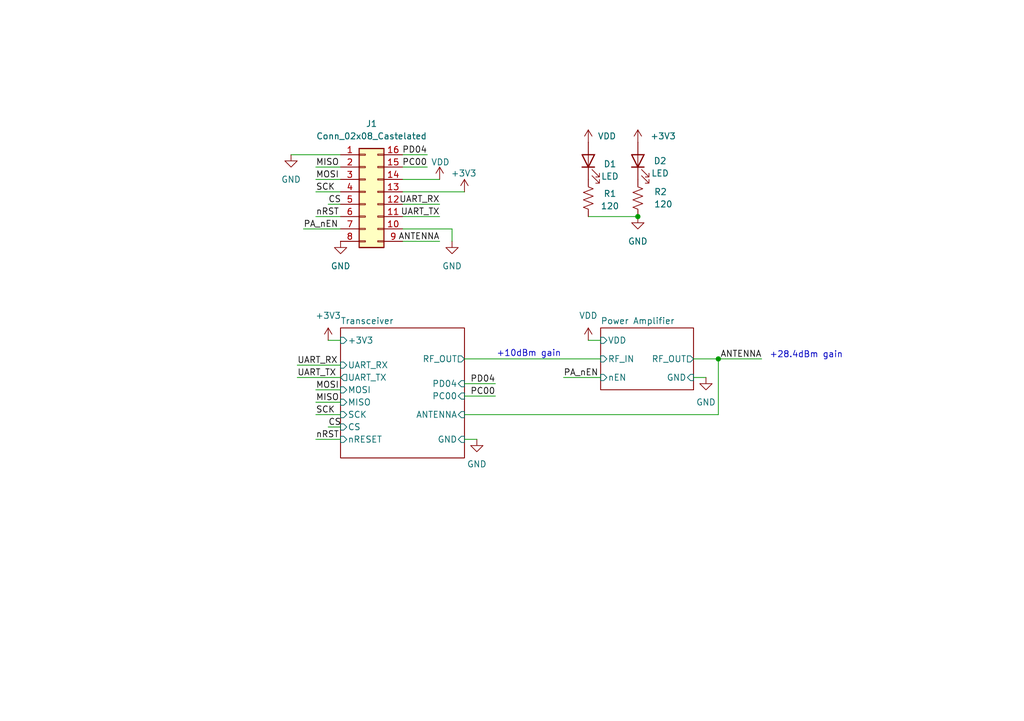
<source format=kicad_sch>
(kicad_sch (version 20250114) (generator "eeschema") (generator_version "9.0")
  (paper "A5")
  (title_block (title "Blaze Radio") (rev "A") (company "UCSC Rocket  Team") (comment 1 "Julia Barbera") (comment 2 "Medium power 430MHz radio") (comment 3 "Pin compatable with RFM69"))
  (lib_symbols
    (symbol "Connector_Generic:Conn_02x08_Counter_Clockwise" (pin_names (offset 1.016) (hide yes))
      (property "Reference" "J" (at 1.27 10.16 0))
      (property "Value" "Conn_02x08_Counter_Clockwise" (at 1.27 -12.7 0))
      (symbol "Conn_02x08_Counter_Clockwise_1_1"
        (rectangle (start -1.27 8.89) (end 3.81 -11.43) (stroke (width 0.254)) (fill (type background)))
        (rectangle (start -1.27 7.747) (end 0 7.493) (stroke (width 0.1524)))
        (rectangle (start -1.27 5.207) (end 0 4.953) (stroke (width 0.1524)))
        (rectangle (start -1.27 2.667) (end 0 2.413) (stroke (width 0.1524)))
        (rectangle (start -1.27 0.127) (end 0 -0.127) (stroke (width 0.1524)))
        (rectangle (start -1.27 -2.413) (end 0 -2.667) (stroke (width 0.1524)))
        (rectangle (start -1.27 -4.953) (end 0 -5.207) (stroke (width 0.1524)))
        (rectangle (start -1.27 -7.493) (end 0 -7.747) (stroke (width 0.1524)))
        (rectangle (start -1.27 -10.033) (end 0 -10.287) (stroke (width 0.1524)))
        (rectangle (start 3.81 7.747) (end 2.54 7.493) (stroke (width 0.1524)))
        (rectangle (start 3.81 5.207) (end 2.54 4.953) (stroke (width 0.1524)))
        (rectangle (start 3.81 2.667) (end 2.54 2.413) (stroke (width 0.1524)))
        (rectangle (start 3.81 0.127) (end 2.54 -0.127) (stroke (width 0.1524)))
        (rectangle (start 3.81 -2.413) (end 2.54 -2.667) (stroke (width 0.1524)))
        (rectangle (start 3.81 -4.953) (end 2.54 -5.207) (stroke (width 0.1524)))
        (rectangle (start 3.81 -7.493) (end 2.54 -7.747) (stroke (width 0.1524)))
        (rectangle (start 3.81 -10.033) (end 2.54 -10.287) (stroke (width 0.1524)))
        (pin passive line (at -5.08 7.62 0) (length 3.81) (name "Pin_1") (number "1"))
        (pin passive line (at -5.08 5.08 0) (length 3.81) (name "Pin_2") (number "2"))
        (pin passive line (at -5.08 2.54 0) (length 3.81) (name "Pin_3") (number "3"))
        (pin passive line (at -5.08 0 0) (length 3.81) (name "Pin_4") (number "4"))
        (pin passive line (at -5.08 -2.54 0) (length 3.81) (name "Pin_5") (number "5"))
        (pin passive line (at -5.08 -5.08 0) (length 3.81) (name "Pin_6") (number "6"))
        (pin passive line (at -5.08 -7.62 0) (length 3.81) (name "Pin_7") (number "7"))
        (pin passive line (at -5.08 -10.16 0) (length 3.81) (name "Pin_8") (number "8"))
        (pin passive line (at 7.62 7.62 180) (length 3.81) (name "Pin_16") (number "16"))
        (pin passive line (at 7.62 5.08 180) (length 3.81) (name "Pin_15") (number "15"))
        (pin passive line (at 7.62 2.54 180) (length 3.81) (name "Pin_14") (number "14"))
        (pin passive line (at 7.62 0 180) (length 3.81) (name "Pin_13") (number "13"))
        (pin passive line (at 7.62 -2.54 180) (length 3.81) (name "Pin_12") (number "12"))
        (pin passive line (at 7.62 -5.08 180) (length 3.81) (name "Pin_11") (number "11"))
        (pin passive line (at 7.62 -7.62 180) (length 3.81) (name "Pin_10") (number "10"))
        (pin passive line (at 7.62 -10.16 180) (length 3.81) (name "Pin_9") (number "9"))
      )
    )
    (symbol "Device:LED" (pin_numbers (hide yes)) (pin_names (offset 1.016) (hide yes))
      (property "Reference" "D" (at 0 2.54 0))
      (property "Value" "LED" (at 0 -2.54 0))
      (symbol "LED_0_1"
        (polyline (pts (xy -3.048 -0.762) (xy -4.572 -2.286) (xy -3.81 -2.286) (xy -4.572 -2.286) (xy -4.572 -1.524)))
        (polyline (pts (xy -1.778 -0.762) (xy -3.302 -2.286) (xy -2.54 -2.286) (xy -3.302 -2.286) (xy -3.302 -1.524)))
        (polyline (pts (xy -1.27 0) (xy 1.27 0)))
        (polyline (pts (xy -1.27 -1.27) (xy -1.27 1.27)) (stroke (width 0.254)))
        (polyline (pts (xy 1.27 -1.27) (xy 1.27 1.27) (xy -1.27 0) (xy 1.27 -1.27)) (stroke (width 0.254)))
      )
      (symbol "LED_1_1"
        (pin passive line (at -3.81 0 0) (length 2.54) (name "K") (number "1"))
        (pin passive line (at 3.81 0 180) (length 2.54) (name "A") (number "2"))
      )
    )
    (symbol "Device:R_US" (pin_numbers (hide yes)) (pin_names (offset 0))
      (property "Reference" "R" (at 2.54 0 90))
      (property "Value" "R_US" (at -2.54 0 90))
      (symbol "R_US_0_1"
        (polyline (pts (xy 0 2.286) (xy 0 2.54)))
        (polyline (pts (xy 0 2.286) (xy 1.016 1.905) (xy 0 1.524) (xy -1.016 1.143) (xy 0 0.762)))
        (polyline (pts (xy 0 0.762) (xy 1.016 0.381) (xy 0 0) (xy -1.016 -0.381) (xy 0 -0.762)))
        (polyline (pts (xy 0 -0.762) (xy 1.016 -1.143) (xy 0 -1.524) (xy -1.016 -1.905) (xy 0 -2.286)))
        (polyline (pts (xy 0 -2.286) (xy 0 -2.54)))
      )
      (symbol "R_US_1_1"
        (pin passive line (at 0 3.81 270) (length 1.27) (name "~") (number "1"))
        (pin passive line (at 0 -3.81 90) (length 1.27) (name "~") (number "2"))
      )
    )
    (symbol "power:+3V3" (power) (pin_numbers (hide yes)) (pin_names (offset 0) (hide yes))
      (property "Value" "+3V3" (at 0 3.556 0))
      (symbol "+3V3_0_1"
        (polyline (pts (xy -0.762 1.27) (xy 0 2.54)))
        (polyline (pts (xy 0 2.54) (xy 0.762 1.27)))
        (polyline (pts (xy 0 0) (xy 0 2.54)))
      )
      (symbol "+3V3_1_1"
        (pin power_in line (at 0 0 90) (length 0) (name "~") (number "1"))
      )
    )
    (symbol "power:GND" (power) (pin_numbers (hide yes)) (pin_names (offset 0) (hide yes))
      (property "Value" "GND" (at 0 -3.81 0))
      (symbol "GND_0_1"
        (polyline (pts (xy 0 0) (xy 0 -1.27) (xy 1.27 -1.27) (xy 0 -2.54) (xy -1.27 -1.27) (xy 0 -1.27)))
      )
      (symbol "GND_1_1"
        (pin power_in line (at 0 0 270) (length 0) (name "~") (number "1"))
      )
    )
    (symbol "power:VDD" (power) (pin_numbers (hide yes)) (pin_names (offset 0) (hide yes))
      (property "Value" "VDD" (at 0 3.556 0))
      (symbol "VDD_0_1"
        (polyline (pts (xy -0.762 1.27) (xy 0 2.54)))
        (polyline (pts (xy 0 2.54) (xy 0.762 1.27)))
        (polyline (pts (xy 0 0) (xy 0 2.54)))
      )
      (symbol "VDD_1_1"
        (pin power_in line (at 0 0 90) (length 0) (name "~") (number "1"))
      )
    )
  )
  (text "+28.4dBm gain" (at 165.354 72.898 0) (effects (font (size 1.27 1.27))))
  (text "+10dBm gain" (at 108.458 72.644 0) (effects (font (size 1.27 1.27))))
  (junction (at 147.32 73.66))
  (junction (at 130.81 44.45))
  (wire (pts (xy 95.25 73.66) (xy 123.19 73.66)))
  (wire (pts (xy 64.77 80.01) (xy 69.85 80.01)))
  (wire (pts (xy 67.31 69.85) (xy 69.85 69.85)))
  (wire (pts (xy 115.57 77.47) (xy 123.19 77.47)))
  (wire (pts (xy 60.96 74.93) (xy 69.85 74.93)))
  (wire (pts (xy 95.25 39.37) (xy 82.55 39.37)))
  (wire (pts (xy 87.63 31.75) (xy 82.55 31.75)))
  (wire (pts (xy 62.23 46.99) (xy 69.85 46.99)))
  (wire (pts (xy 101.6 81.28) (xy 95.25 81.28)))
  (wire (pts (xy 95.25 85.09) (xy 147.32 85.09)))
  (wire (pts (xy 64.77 90.17) (xy 69.85 90.17)))
  (wire (pts (xy 147.32 73.66) (xy 147.32 85.09)))
  (wire (pts (xy 67.31 41.91) (xy 69.85 41.91)))
  (wire (pts (xy 64.77 44.45) (xy 69.85 44.45)))
  (wire (pts (xy 101.6 78.74) (xy 95.25 78.74)))
  (wire (pts (xy 92.71 49.53) (xy 92.71 46.99)))
  (wire (pts (xy 120.65 69.85) (xy 123.19 69.85)))
  (wire (pts (xy 67.31 87.63) (xy 69.85 87.63)))
  (wire (pts (xy 64.77 34.29) (xy 69.85 34.29)))
  (wire (pts (xy 142.24 73.66) (xy 147.32 73.66)))
  (wire (pts (xy 64.77 82.55) (xy 69.85 82.55)))
  (wire (pts (xy 90.17 36.83) (xy 82.55 36.83)))
  (wire (pts (xy 97.79 90.17) (xy 95.25 90.17)))
  (wire (pts (xy 64.77 36.83) (xy 69.85 36.83)))
  (wire (pts (xy 90.17 41.91) (xy 82.55 41.91)))
  (wire (pts (xy 60.96 77.47) (xy 69.85 77.47)))
  (wire (pts (xy 64.77 85.09) (xy 69.85 85.09)))
  (wire (pts (xy 90.17 44.45) (xy 82.55 44.45)))
  (wire (pts (xy 87.63 34.29) (xy 82.55 34.29)))
  (wire (pts (xy 64.77 39.37) (xy 69.85 39.37)))
  (wire (pts (xy 120.65 44.45) (xy 130.81 44.45)))
  (wire (pts (xy 147.32 73.66) (xy 156.21 73.66)))
  (wire (pts (xy 144.78 77.47) (xy 142.24 77.47)))
  (wire (pts (xy 59.69 31.75) (xy 69.85 31.75)))
  (wire (pts (xy 92.71 46.99) (xy 82.55 46.99)))
  (wire (pts (xy 90.17 49.53) (xy 82.55 49.53)))
  (label "ANTENNA" (at 156.21 73.66 180))
  (label "MOSI" (at 64.77 80.01 0))
  (label "MOSI" (at 64.77 36.83 0))
  (label "UART_TX" (at 90.17 44.45 180))
  (label "UART_TX" (at 60.96 77.47 0))
  (label "PA_nEN" (at 62.23 46.99 0))
  (label "nRST" (at 64.77 44.45 0))
  (label "PD04" (at 101.6 78.74 180))
  (label "ANTENNA" (at 90.17 49.53 180))
  (label "UART_RX" (at 90.17 41.91 180))
  (label "MISO" (at 64.77 34.29 0))
  (label "UART_RX" (at 60.96 74.93 0))
  (label "CS" (at 67.31 41.91 0))
  (label "PA_nEN" (at 115.57 77.47 0))
  (label "PC00" (at 101.6 81.28 180))
  (label "nRST" (at 64.77 90.17 0))
  (label "MISO" (at 64.77 82.55 0))
  (label "PC00" (at 87.63 34.29 180))
  (label "SCK" (at 64.77 39.37 0))
  (label "PD04" (at 87.63 31.75 180))
  (label "CS" (at 67.31 87.63 0))
  (label "SCK" (at 64.77 85.09 0))
  (symbol (lib_id "power:VDD") (at 90.17 36.83 0) (unit 1)
    (property "Reference" "#PWR04" (effects (hide yes)))
    (property "Value" "VDD" (at 88.392 33.274 0) (effects (justify left)))
    (property "Description" "Power symbol creates a global label with name \"VDD\"" (effects (hide yes)))
  )
  (symbol (lib_id "Device:R_US") (at 130.81 40.64 0) (unit 1)
    (property "Reference" "R2" (at 134.112 39.37 0) (effects (justify left)))
    (property "Value" "120" (at 134.112 41.91 0) (effects (justify left)))
    (property "Footprint" "Resistor_SMD:R_0201_0603Metric" (effects (hide yes)))
    (property "Description" "Resistor, US symbol" (effects (hide yes)))
  )
  (symbol (lib_id "power:+3V3") (at 95.25 39.37 0) (unit 1)
    (property "Reference" "#PWR05" (effects (hide yes)))
    (property "Value" "+3V3" (at 92.456 35.56 0) (effects (justify left)))
    (property "Description" "Power symbol creates a global label with name \"+3V3\"" (effects (hide yes)))
  )
  (symbol (lib_id "power:VDD") (at 120.65 29.21 0) (unit 1)
    (property "Reference" "#PWR01" (effects (hide yes)))
    (property "Value" "VDD" (at 122.555 27.9399 0) (effects (justify left)))
    (property "Description" "Power symbol creates a global label with name \"VDD\"" (effects (hide yes)))
  )
  (symbol (lib_id "power:+3V3") (at 67.31 69.85 0) (unit 1)
    (property "Reference" "#PWR09" (effects (hide yes)))
    (property "Value" "+3V3" (at 67.31 64.77 0))
    (property "Description" "Power symbol creates a global label with name \"+3V3\"" (effects (hide yes)))
  )
  (symbol (lib_id "power:GND") (at 92.71 49.53 0) (unit 1)
    (property "Reference" "#PWR08" (effects (hide yes)))
    (property "Value" "GND" (at 92.71 54.61 0))
    (property "Description" "Power symbol creates a global label with name \"GND\" , ground" (effects (hide yes)))
  )
  (symbol (lib_id "Connector_Generic:Conn_02x08_Counter_Clockwise") (at 74.93 39.37 0) (unit 1)
    (property "Reference" "J1" (at 76.2 25.4 0))
    (property "Value" "Conn_02x08_Castelated" (at 76.2 27.94 0))
    (property "Footprint" "Avionics_Feet:RFMxx" (effects (hide yes)))
    (property "Description" "Generic connector, double row, 02x08, counter clockwise pin numbering scheme (similar to DIP package numbering), script generated (kicad-library-utils/schlib/autogen/connector/)" (effects (hide yes)))
  )
  (symbol (lib_id "power:GND") (at 144.78 77.47 0) (unit 1)
    (property "Reference" "#PWR011" (effects (hide yes)))
    (property "Value" "GND" (at 144.78 82.55 0))
    (property "Description" "Power symbol creates a global label with name \"GND\" , ground" (effects (hide yes)))
  )
  (symbol (lib_id "power:GND") (at 69.85 49.53 0) (unit 1)
    (property "Reference" "#PWR07" (effects (hide yes)))
    (property "Value" "GND" (at 69.85 54.61 0))
    (property "Description" "Power symbol creates a global label with name \"GND\" , ground" (effects (hide yes)))
  )
  (symbol (lib_id "power:GND") (at 130.81 44.45 0) (unit 1)
    (property "Reference" "#PWR06" (effects (hide yes)))
    (property "Value" "GND" (at 130.81 49.53 0))
    (property "Description" "Power symbol creates a global label with name \"GND\" , ground" (effects (hide yes)))
  )
  (symbol (lib_id "power:VDD") (at 120.65 69.85 0) (unit 1)
    (property "Reference" "#PWR010" (effects (hide yes)))
    (property "Value" "VDD" (at 120.65 64.77 0))
    (property "Description" "Power symbol creates a global label with name \"VDD\"" (effects (hide yes)))
  )
  (symbol (lib_id "power:GND") (at 59.69 31.75 0) (unit 1)
    (property "Reference" "#PWR03" (effects (hide yes)))
    (property "Value" "GND" (at 59.69 36.83 0))
    (property "Description" "Power symbol creates a global label with name \"GND\" , ground" (effects (hide yes)))
  )
  (symbol (lib_id "Device:R_US") (at 120.65 40.64 0) (unit 1)
    (property "Reference" "R1" (at 125.095 39.751 0))
    (property "Value" "120" (at 125.095 42.291 0))
    (property "Footprint" "Resistor_SMD:R_0201_0603Metric" (effects (hide yes)))
    (property "Description" "Resistor, US symbol" (effects (hide yes)))
  )
  (symbol (lib_id "Device:LED") (at 120.65 33.02 90) (unit 1)
    (property "Reference" "D1" (at 125.095 33.655 90))
    (property "Value" "LED" (at 125.095 36.195 90))
    (property "Footprint" "LED_SMD:LED_0402_1005Metric" (effects (hide yes)))
    (property "Description" "Light emitting diode" (effects (hide yes)))
    (property "Sim.Pins" "1=K 2=A" (effects (hide yes)))
  )
  (symbol (lib_id "power:GND") (at 97.79 90.17 0) (unit 1)
    (property "Reference" "#PWR012" (effects (hide yes)))
    (property "Value" "GND" (at 97.79 95.25 0))
    (property "Description" "Power symbol creates a global label with name \"GND\" , ground" (effects (hide yes)))
  )
  (symbol (lib_id "power:+3V3") (at 130.81 29.21 0) (unit 1)
    (property "Reference" "#PWR02" (effects (hide yes)))
    (property "Value" "+3V3" (at 133.35 27.9399 0) (effects (justify left)))
    (property "Description" "Power symbol creates a global label with name \"+3V3\"" (effects (hide yes)))
  )
  (symbol (lib_id "Device:LED") (at 130.81 33.02 90) (unit 1)
    (property "Reference" "D2" (at 135.382 33.02 90))
    (property "Value" "LED" (at 135.382 35.56 90))
    (property "Footprint" "LED_SMD:LED_0402_1005Metric" (effects (hide yes)))
    (property "Description" "Light emitting diode" (effects (hide yes)))
    (property "Sim.Pins" "1=K 2=A" (effects (hide yes)))
  )
  (sheet (at 69.85 67.31) (size 25.4 26.67) (stroke (width 0.1524))
    (property "Sheetname" "Transceiver" (at 69.85 66.5984 0) (effects (justify left bottom)))
    (property "Sheetfile" "transceiver.kicad_sch" (effects (hide yes)))
    (pin "GND" input (at 95.25 90.17 0))
    (pin "nRESET" input (at 69.85 90.17 180))
    (pin "+3V3" input (at 69.85 69.85 180))
    (pin "UART_RX" input (at 69.85 74.93 180))
    (pin "MOSI" input (at 69.85 80.01 180))
    (pin "MISO" input (at 69.85 82.55 180))
    (pin "RF_OUT" output (at 95.25 73.66 0))
    (pin "UART_TX" output (at 69.85 77.47 180))
    (pin "SCK" input (at 69.85 85.09 180))
    (pin "CS" input (at 69.85 87.63 180))
    (pin "PC00" input (at 95.25 81.28 0))
    (pin "PD04" input (at 95.25 78.74 0))
    (pin "ANTENNA" input (at 95.25 85.09 0))
  )
  (sheet (at 123.19 67.31) (size 19.05 12.7) (stroke (width 0.1524))
    (property "Sheetname" "Power Amplifier" (at 123.19 66.5984 0) (effects (justify left bottom)))
    (property "Sheetfile" "power-amp.kicad_sch" (effects (hide yes)))
    (pin "VDD" input (at 123.19 69.85 180))
    (pin "RF_IN" input (at 123.19 73.66 180))
    (pin "GND" input (at 142.24 77.47 0))
    (pin "nEN" input (at 123.19 77.47 180))
    (pin "RF_OUT" output (at 142.24 73.66 0))
  )
)
</source>
